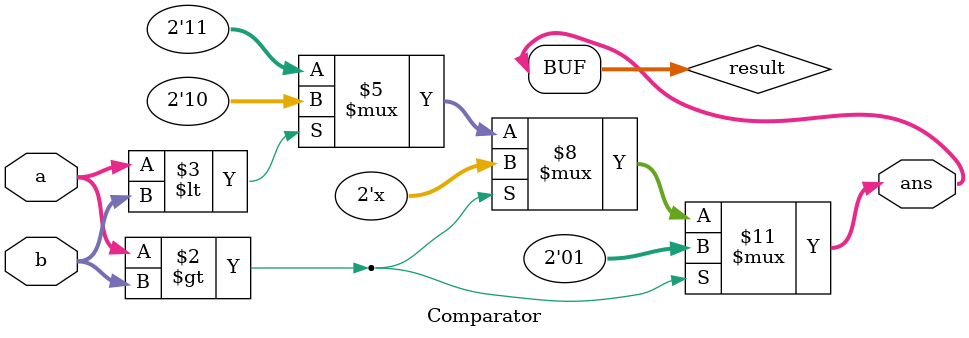
<source format=v>
`timescale 1ns / 1ps


module Comparator(

    input [val-1 : 0] a,
    input [val-1 : 0] b,
    output [1:0] ans

    );
    
    parameter val = 4;
    reg [1:0] result;
    
    always@(a,b) begin
        if(a>b)
            result = 2'b01;
        else if(a<b)
            result = 2'b10;
        else
            result = 2'b11;
     end
     
     assign ans = result;
    
endmodule

</source>
